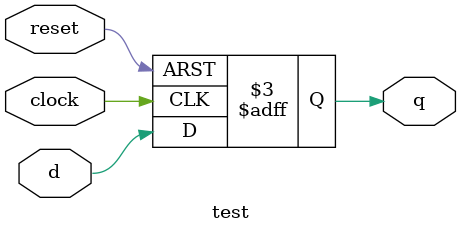
<source format=v>
module test (q, clock, reset, d);
 output q;
 input clock, reset, d;
 reg q;
 wire clock, reset, d;
 parameter D_RQ = 1, D_CQ = 2;
 always @(posedge clock or negedge reset)
   if (~reset)
     #D_RQ q <= 0; //delay control "#D_RQ" may cause
               //non-blocking effect invalid, warning
   else
     #D_CQ q <= d; //delay control "#D_CQ" may cause
               //non-blocking effect invalid, warning
endmodule


</source>
